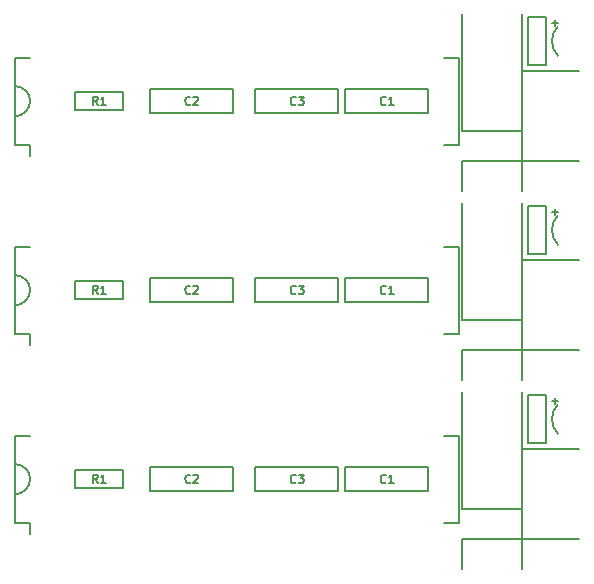
<source format=gto>
G04 #@! TF.FileFunction,Legend,Top*
%FSLAX46Y46*%
G04 Gerber Fmt 4.6, Leading zero omitted, Abs format (unit mm)*
G04 Created by KiCad (PCBNEW 4.0.0-rc2-stable) date 20/11/2015 20:33:50*
%MOMM*%
G01*
G04 APERTURE LIST*
%ADD10C,0.100000*%
%ADD11C,0.150000*%
G04 APERTURE END LIST*
D10*
D11*
X241300000Y-131064000D02*
X241300000Y-140970000D01*
X236220000Y-131064000D02*
X236220000Y-133604000D01*
X236220000Y-133350000D02*
X236220000Y-140970000D01*
X236220000Y-140970000D02*
X241300000Y-140970000D01*
X241300000Y-130048000D02*
X241300000Y-127508000D01*
X241300000Y-127508000D02*
X238760000Y-127508000D01*
X238760000Y-127508000D02*
X236220000Y-127508000D01*
X236220000Y-127508000D02*
X236220000Y-130048000D01*
X241300000Y-115062000D02*
X241300000Y-124968000D01*
X236220000Y-115062000D02*
X236220000Y-117602000D01*
X236220000Y-117348000D02*
X236220000Y-124968000D01*
X236220000Y-124968000D02*
X241300000Y-124968000D01*
X244348000Y-116078000D02*
G75*
G03X244348000Y-118618000I1270000J-1270000D01*
G01*
X244094000Y-115570000D02*
X244094000Y-116078000D01*
X244348000Y-115824000D02*
X243840000Y-115824000D01*
X241300000Y-119888000D02*
X246126000Y-119888000D01*
X241300000Y-127508000D02*
X246126000Y-127508000D01*
X241300000Y-119888000D02*
X241300000Y-124968000D01*
X241300000Y-124968000D02*
X241300000Y-127508000D01*
X203454000Y-123190000D02*
X207518000Y-123190000D01*
X207518000Y-121666000D02*
X203454000Y-121666000D01*
X203454000Y-121666000D02*
X203454000Y-123190000D01*
X207518000Y-121666000D02*
X207518000Y-123190000D01*
X243332000Y-115316000D02*
X243332000Y-119380000D01*
X243332000Y-119380000D02*
X241808000Y-119380000D01*
X241808000Y-119380000D02*
X241808000Y-115316000D01*
X241808000Y-115316000D02*
X243332000Y-115316000D01*
X199644000Y-122428000D02*
G75*
G03X198374000Y-121158000I-1270000J0D01*
G01*
X198374000Y-123698000D02*
G75*
G03X199644000Y-122428000I0J1270000D01*
G01*
X198365000Y-126103000D02*
X199635000Y-126103000D01*
X198365000Y-118753000D02*
X199635000Y-118753000D01*
X235975000Y-118753000D02*
X234705000Y-118753000D01*
X235975000Y-126103000D02*
X234705000Y-126103000D01*
X198365000Y-126103000D02*
X198365000Y-118753000D01*
X235975000Y-126103000D02*
X235975000Y-118753000D01*
X199635000Y-126103000D02*
X199635000Y-127038000D01*
X226330000Y-121428000D02*
X233330000Y-121428000D01*
X233330000Y-121428000D02*
X233330000Y-123428000D01*
X233330000Y-123428000D02*
X226330000Y-123428000D01*
X226330000Y-123428000D02*
X226330000Y-121428000D01*
X218710000Y-121428000D02*
X225710000Y-121428000D01*
X225710000Y-121428000D02*
X225710000Y-123428000D01*
X225710000Y-123428000D02*
X218710000Y-123428000D01*
X218710000Y-123428000D02*
X218710000Y-121428000D01*
X209820000Y-121428000D02*
X216820000Y-121428000D01*
X216820000Y-121428000D02*
X216820000Y-123428000D01*
X216820000Y-123428000D02*
X209820000Y-123428000D01*
X209820000Y-123428000D02*
X209820000Y-121428000D01*
X241300000Y-146050000D02*
X241300000Y-143510000D01*
X241300000Y-143510000D02*
X238760000Y-143510000D01*
X238760000Y-143510000D02*
X236220000Y-143510000D01*
X236220000Y-143510000D02*
X236220000Y-146050000D01*
X241300000Y-131064000D02*
X241300000Y-140970000D01*
X236220000Y-131064000D02*
X236220000Y-133604000D01*
X236220000Y-133350000D02*
X236220000Y-140970000D01*
X236220000Y-140970000D02*
X241300000Y-140970000D01*
X244348000Y-132080000D02*
G75*
G03X244348000Y-134620000I1270000J-1270000D01*
G01*
X244094000Y-131572000D02*
X244094000Y-132080000D01*
X244348000Y-131826000D02*
X243840000Y-131826000D01*
X241300000Y-135890000D02*
X246126000Y-135890000D01*
X241300000Y-143510000D02*
X246126000Y-143510000D01*
X241300000Y-135890000D02*
X241300000Y-140970000D01*
X241300000Y-140970000D02*
X241300000Y-143510000D01*
X203454000Y-139192000D02*
X207518000Y-139192000D01*
X207518000Y-137668000D02*
X203454000Y-137668000D01*
X203454000Y-137668000D02*
X203454000Y-139192000D01*
X207518000Y-137668000D02*
X207518000Y-139192000D01*
X243332000Y-131318000D02*
X243332000Y-135382000D01*
X243332000Y-135382000D02*
X241808000Y-135382000D01*
X241808000Y-135382000D02*
X241808000Y-131318000D01*
X241808000Y-131318000D02*
X243332000Y-131318000D01*
X199644000Y-138430000D02*
G75*
G03X198374000Y-137160000I-1270000J0D01*
G01*
X198374000Y-139700000D02*
G75*
G03X199644000Y-138430000I0J1270000D01*
G01*
X198365000Y-142105000D02*
X199635000Y-142105000D01*
X198365000Y-134755000D02*
X199635000Y-134755000D01*
X235975000Y-134755000D02*
X234705000Y-134755000D01*
X235975000Y-142105000D02*
X234705000Y-142105000D01*
X198365000Y-142105000D02*
X198365000Y-134755000D01*
X235975000Y-142105000D02*
X235975000Y-134755000D01*
X199635000Y-142105000D02*
X199635000Y-143040000D01*
X226330000Y-137430000D02*
X233330000Y-137430000D01*
X233330000Y-137430000D02*
X233330000Y-139430000D01*
X233330000Y-139430000D02*
X226330000Y-139430000D01*
X226330000Y-139430000D02*
X226330000Y-137430000D01*
X218710000Y-137430000D02*
X225710000Y-137430000D01*
X225710000Y-137430000D02*
X225710000Y-139430000D01*
X225710000Y-139430000D02*
X218710000Y-139430000D01*
X218710000Y-139430000D02*
X218710000Y-137430000D01*
X209820000Y-137430000D02*
X216820000Y-137430000D01*
X216820000Y-137430000D02*
X216820000Y-139430000D01*
X216820000Y-139430000D02*
X209820000Y-139430000D01*
X209820000Y-139430000D02*
X209820000Y-137430000D01*
X241300000Y-114046000D02*
X241300000Y-111506000D01*
X241300000Y-111506000D02*
X238760000Y-111506000D01*
X238760000Y-111506000D02*
X236220000Y-111506000D01*
X236220000Y-111506000D02*
X236220000Y-114046000D01*
X241300000Y-99060000D02*
X241300000Y-108966000D01*
X236220000Y-99060000D02*
X236220000Y-101600000D01*
X236220000Y-101346000D02*
X236220000Y-108966000D01*
X236220000Y-108966000D02*
X241300000Y-108966000D01*
X244348000Y-100076000D02*
G75*
G03X244348000Y-102616000I1270000J-1270000D01*
G01*
X244094000Y-99568000D02*
X244094000Y-100076000D01*
X244348000Y-99822000D02*
X243840000Y-99822000D01*
X241300000Y-103886000D02*
X246126000Y-103886000D01*
X241300000Y-111506000D02*
X246126000Y-111506000D01*
X241300000Y-103886000D02*
X241300000Y-108966000D01*
X241300000Y-108966000D02*
X241300000Y-111506000D01*
X203454000Y-107188000D02*
X207518000Y-107188000D01*
X207518000Y-105664000D02*
X203454000Y-105664000D01*
X203454000Y-105664000D02*
X203454000Y-107188000D01*
X207518000Y-105664000D02*
X207518000Y-107188000D01*
X243332000Y-99314000D02*
X243332000Y-103378000D01*
X243332000Y-103378000D02*
X241808000Y-103378000D01*
X241808000Y-103378000D02*
X241808000Y-99314000D01*
X241808000Y-99314000D02*
X243332000Y-99314000D01*
X199644000Y-106426000D02*
G75*
G03X198374000Y-105156000I-1270000J0D01*
G01*
X198374000Y-107696000D02*
G75*
G03X199644000Y-106426000I0J1270000D01*
G01*
X198365000Y-110101000D02*
X199635000Y-110101000D01*
X198365000Y-102751000D02*
X199635000Y-102751000D01*
X235975000Y-102751000D02*
X234705000Y-102751000D01*
X235975000Y-110101000D02*
X234705000Y-110101000D01*
X198365000Y-110101000D02*
X198365000Y-102751000D01*
X235975000Y-110101000D02*
X235975000Y-102751000D01*
X199635000Y-110101000D02*
X199635000Y-111036000D01*
X226330000Y-105426000D02*
X233330000Y-105426000D01*
X233330000Y-105426000D02*
X233330000Y-107426000D01*
X233330000Y-107426000D02*
X226330000Y-107426000D01*
X226330000Y-107426000D02*
X226330000Y-105426000D01*
X218710000Y-105426000D02*
X225710000Y-105426000D01*
X225710000Y-105426000D02*
X225710000Y-107426000D01*
X225710000Y-107426000D02*
X218710000Y-107426000D01*
X218710000Y-107426000D02*
X218710000Y-105426000D01*
X209820000Y-105426000D02*
X216820000Y-105426000D01*
X216820000Y-105426000D02*
X216820000Y-107426000D01*
X216820000Y-107426000D02*
X209820000Y-107426000D01*
X209820000Y-107426000D02*
X209820000Y-105426000D01*
X205369334Y-122744667D02*
X205136000Y-122411333D01*
X204969334Y-122744667D02*
X204969334Y-122044667D01*
X205236000Y-122044667D01*
X205302667Y-122078000D01*
X205336000Y-122111333D01*
X205369334Y-122178000D01*
X205369334Y-122278000D01*
X205336000Y-122344667D01*
X205302667Y-122378000D01*
X205236000Y-122411333D01*
X204969334Y-122411333D01*
X206036000Y-122744667D02*
X205636000Y-122744667D01*
X205836000Y-122744667D02*
X205836000Y-122044667D01*
X205769334Y-122144667D01*
X205702667Y-122211333D01*
X205636000Y-122244667D01*
X229753334Y-122678000D02*
X229720000Y-122711333D01*
X229620000Y-122744667D01*
X229553334Y-122744667D01*
X229453334Y-122711333D01*
X229386667Y-122644667D01*
X229353334Y-122578000D01*
X229320000Y-122444667D01*
X229320000Y-122344667D01*
X229353334Y-122211333D01*
X229386667Y-122144667D01*
X229453334Y-122078000D01*
X229553334Y-122044667D01*
X229620000Y-122044667D01*
X229720000Y-122078000D01*
X229753334Y-122111333D01*
X230420000Y-122744667D02*
X230020000Y-122744667D01*
X230220000Y-122744667D02*
X230220000Y-122044667D01*
X230153334Y-122144667D01*
X230086667Y-122211333D01*
X230020000Y-122244667D01*
X222133334Y-122678000D02*
X222100000Y-122711333D01*
X222000000Y-122744667D01*
X221933334Y-122744667D01*
X221833334Y-122711333D01*
X221766667Y-122644667D01*
X221733334Y-122578000D01*
X221700000Y-122444667D01*
X221700000Y-122344667D01*
X221733334Y-122211333D01*
X221766667Y-122144667D01*
X221833334Y-122078000D01*
X221933334Y-122044667D01*
X222000000Y-122044667D01*
X222100000Y-122078000D01*
X222133334Y-122111333D01*
X222366667Y-122044667D02*
X222800000Y-122044667D01*
X222566667Y-122311333D01*
X222666667Y-122311333D01*
X222733334Y-122344667D01*
X222766667Y-122378000D01*
X222800000Y-122444667D01*
X222800000Y-122611333D01*
X222766667Y-122678000D01*
X222733334Y-122711333D01*
X222666667Y-122744667D01*
X222466667Y-122744667D01*
X222400000Y-122711333D01*
X222366667Y-122678000D01*
X213203334Y-122678000D02*
X213170000Y-122711333D01*
X213070000Y-122744667D01*
X213003334Y-122744667D01*
X212903334Y-122711333D01*
X212836667Y-122644667D01*
X212803334Y-122578000D01*
X212770000Y-122444667D01*
X212770000Y-122344667D01*
X212803334Y-122211333D01*
X212836667Y-122144667D01*
X212903334Y-122078000D01*
X213003334Y-122044667D01*
X213070000Y-122044667D01*
X213170000Y-122078000D01*
X213203334Y-122111333D01*
X213470000Y-122111333D02*
X213503334Y-122078000D01*
X213570000Y-122044667D01*
X213736667Y-122044667D01*
X213803334Y-122078000D01*
X213836667Y-122111333D01*
X213870000Y-122178000D01*
X213870000Y-122244667D01*
X213836667Y-122344667D01*
X213436667Y-122744667D01*
X213870000Y-122744667D01*
X205369334Y-138746667D02*
X205136000Y-138413333D01*
X204969334Y-138746667D02*
X204969334Y-138046667D01*
X205236000Y-138046667D01*
X205302667Y-138080000D01*
X205336000Y-138113333D01*
X205369334Y-138180000D01*
X205369334Y-138280000D01*
X205336000Y-138346667D01*
X205302667Y-138380000D01*
X205236000Y-138413333D01*
X204969334Y-138413333D01*
X206036000Y-138746667D02*
X205636000Y-138746667D01*
X205836000Y-138746667D02*
X205836000Y-138046667D01*
X205769334Y-138146667D01*
X205702667Y-138213333D01*
X205636000Y-138246667D01*
X229753334Y-138680000D02*
X229720000Y-138713333D01*
X229620000Y-138746667D01*
X229553334Y-138746667D01*
X229453334Y-138713333D01*
X229386667Y-138646667D01*
X229353334Y-138580000D01*
X229320000Y-138446667D01*
X229320000Y-138346667D01*
X229353334Y-138213333D01*
X229386667Y-138146667D01*
X229453334Y-138080000D01*
X229553334Y-138046667D01*
X229620000Y-138046667D01*
X229720000Y-138080000D01*
X229753334Y-138113333D01*
X230420000Y-138746667D02*
X230020000Y-138746667D01*
X230220000Y-138746667D02*
X230220000Y-138046667D01*
X230153334Y-138146667D01*
X230086667Y-138213333D01*
X230020000Y-138246667D01*
X222133334Y-138680000D02*
X222100000Y-138713333D01*
X222000000Y-138746667D01*
X221933334Y-138746667D01*
X221833334Y-138713333D01*
X221766667Y-138646667D01*
X221733334Y-138580000D01*
X221700000Y-138446667D01*
X221700000Y-138346667D01*
X221733334Y-138213333D01*
X221766667Y-138146667D01*
X221833334Y-138080000D01*
X221933334Y-138046667D01*
X222000000Y-138046667D01*
X222100000Y-138080000D01*
X222133334Y-138113333D01*
X222366667Y-138046667D02*
X222800000Y-138046667D01*
X222566667Y-138313333D01*
X222666667Y-138313333D01*
X222733334Y-138346667D01*
X222766667Y-138380000D01*
X222800000Y-138446667D01*
X222800000Y-138613333D01*
X222766667Y-138680000D01*
X222733334Y-138713333D01*
X222666667Y-138746667D01*
X222466667Y-138746667D01*
X222400000Y-138713333D01*
X222366667Y-138680000D01*
X213203334Y-138680000D02*
X213170000Y-138713333D01*
X213070000Y-138746667D01*
X213003334Y-138746667D01*
X212903334Y-138713333D01*
X212836667Y-138646667D01*
X212803334Y-138580000D01*
X212770000Y-138446667D01*
X212770000Y-138346667D01*
X212803334Y-138213333D01*
X212836667Y-138146667D01*
X212903334Y-138080000D01*
X213003334Y-138046667D01*
X213070000Y-138046667D01*
X213170000Y-138080000D01*
X213203334Y-138113333D01*
X213470000Y-138113333D02*
X213503334Y-138080000D01*
X213570000Y-138046667D01*
X213736667Y-138046667D01*
X213803334Y-138080000D01*
X213836667Y-138113333D01*
X213870000Y-138180000D01*
X213870000Y-138246667D01*
X213836667Y-138346667D01*
X213436667Y-138746667D01*
X213870000Y-138746667D01*
X205369334Y-106742667D02*
X205136000Y-106409333D01*
X204969334Y-106742667D02*
X204969334Y-106042667D01*
X205236000Y-106042667D01*
X205302667Y-106076000D01*
X205336000Y-106109333D01*
X205369334Y-106176000D01*
X205369334Y-106276000D01*
X205336000Y-106342667D01*
X205302667Y-106376000D01*
X205236000Y-106409333D01*
X204969334Y-106409333D01*
X206036000Y-106742667D02*
X205636000Y-106742667D01*
X205836000Y-106742667D02*
X205836000Y-106042667D01*
X205769334Y-106142667D01*
X205702667Y-106209333D01*
X205636000Y-106242667D01*
X229753334Y-106676000D02*
X229720000Y-106709333D01*
X229620000Y-106742667D01*
X229553334Y-106742667D01*
X229453334Y-106709333D01*
X229386667Y-106642667D01*
X229353334Y-106576000D01*
X229320000Y-106442667D01*
X229320000Y-106342667D01*
X229353334Y-106209333D01*
X229386667Y-106142667D01*
X229453334Y-106076000D01*
X229553334Y-106042667D01*
X229620000Y-106042667D01*
X229720000Y-106076000D01*
X229753334Y-106109333D01*
X230420000Y-106742667D02*
X230020000Y-106742667D01*
X230220000Y-106742667D02*
X230220000Y-106042667D01*
X230153334Y-106142667D01*
X230086667Y-106209333D01*
X230020000Y-106242667D01*
X222133334Y-106676000D02*
X222100000Y-106709333D01*
X222000000Y-106742667D01*
X221933334Y-106742667D01*
X221833334Y-106709333D01*
X221766667Y-106642667D01*
X221733334Y-106576000D01*
X221700000Y-106442667D01*
X221700000Y-106342667D01*
X221733334Y-106209333D01*
X221766667Y-106142667D01*
X221833334Y-106076000D01*
X221933334Y-106042667D01*
X222000000Y-106042667D01*
X222100000Y-106076000D01*
X222133334Y-106109333D01*
X222366667Y-106042667D02*
X222800000Y-106042667D01*
X222566667Y-106309333D01*
X222666667Y-106309333D01*
X222733334Y-106342667D01*
X222766667Y-106376000D01*
X222800000Y-106442667D01*
X222800000Y-106609333D01*
X222766667Y-106676000D01*
X222733334Y-106709333D01*
X222666667Y-106742667D01*
X222466667Y-106742667D01*
X222400000Y-106709333D01*
X222366667Y-106676000D01*
X213203334Y-106676000D02*
X213170000Y-106709333D01*
X213070000Y-106742667D01*
X213003334Y-106742667D01*
X212903334Y-106709333D01*
X212836667Y-106642667D01*
X212803334Y-106576000D01*
X212770000Y-106442667D01*
X212770000Y-106342667D01*
X212803334Y-106209333D01*
X212836667Y-106142667D01*
X212903334Y-106076000D01*
X213003334Y-106042667D01*
X213070000Y-106042667D01*
X213170000Y-106076000D01*
X213203334Y-106109333D01*
X213470000Y-106109333D02*
X213503334Y-106076000D01*
X213570000Y-106042667D01*
X213736667Y-106042667D01*
X213803334Y-106076000D01*
X213836667Y-106109333D01*
X213870000Y-106176000D01*
X213870000Y-106242667D01*
X213836667Y-106342667D01*
X213436667Y-106742667D01*
X213870000Y-106742667D01*
M02*

</source>
